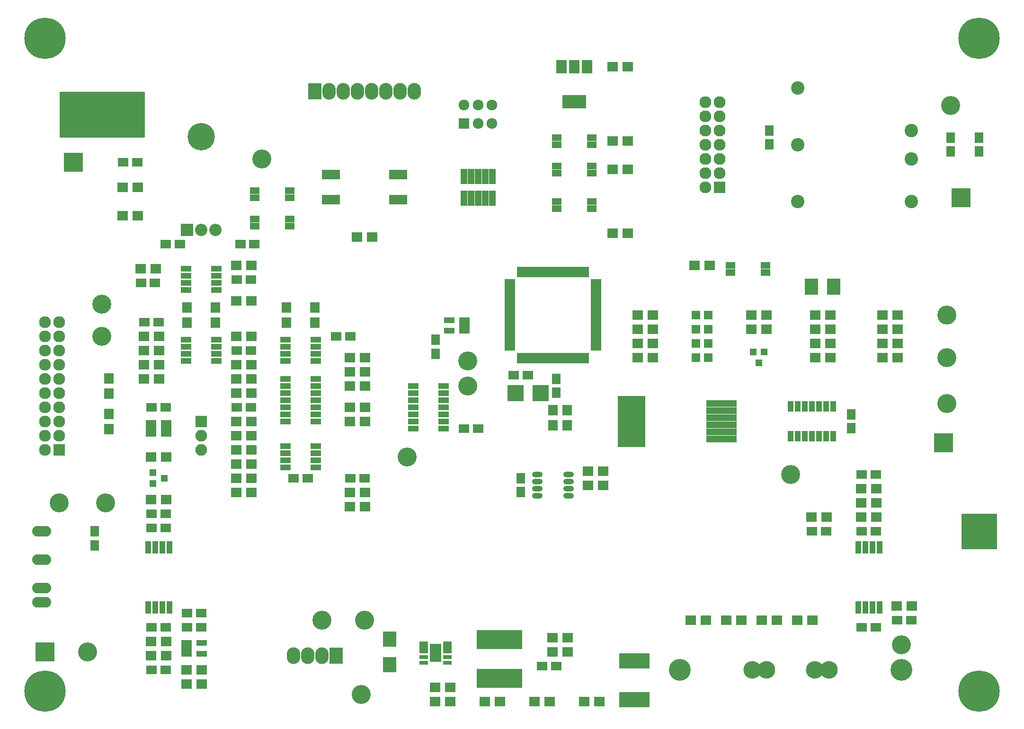
<source format=gbr>
G04 #@! TF.FileFunction,Soldermask,Top*
%FSLAX46Y46*%
G04 Gerber Fmt 4.6, Leading zero omitted, Abs format (unit mm)*
G04 Created by KiCad (PCBNEW 4.0.2-stable) date 3/28/2017 11:01:16 AM*
%MOMM*%
G01*
G04 APERTURE LIST*
%ADD10C,0.100000*%
%ADD11R,1.900000X0.950000*%
%ADD12R,0.950000X1.900000*%
%ADD13O,3.400000X1.900000*%
%ADD14R,1.900000X1.000000*%
%ADD15R,1.650000X0.705000*%
%ADD16R,2.051000X3.245000*%
%ADD17C,1.900000*%
%ADD18R,1.950000X1.000000*%
%ADD19R,1.900000X1.650000*%
%ADD20R,1.040000X2.305000*%
%ADD21R,1.050000X2.305000*%
%ADD22R,1.650000X1.900000*%
%ADD23R,2.400000X2.900000*%
%ADD24R,1.160000X2.800000*%
%ADD25R,1.600000X1.600000*%
%ADD26R,2.400000X2.800000*%
%ADD27R,5.400000X1.160000*%
%ADD28R,4.900000X9.200000*%
%ADD29R,1.300000X1.200000*%
%ADD30R,1.200000X1.300000*%
%ADD31R,1.900000X1.700000*%
%ADD32R,1.700000X1.900000*%
%ADD33R,1.700000X1.200000*%
%ADD34C,2.400000*%
%ADD35R,1.000000X1.900000*%
%ADD36R,1.960000X1.050000*%
%ADD37O,1.873200X1.009600*%
%ADD38R,5.400000X2.800000*%
%ADD39C,3.400000*%
%ADD40R,8.100000X3.500000*%
%ADD41R,4.200000X2.400000*%
%ADD42R,1.900000X2.400000*%
%ADD43R,3.225000X1.800000*%
%ADD44R,1.924000X1.924000*%
%ADD45C,1.924000*%
%ADD46R,2.100000X2.100000*%
%ADD47O,2.100000X2.100000*%
%ADD48R,2.400000X3.000000*%
%ADD49O,2.400000X3.000000*%
%ADD50R,2.127200X2.127200*%
%ADD51O,2.127200X2.127200*%
%ADD52R,2.900000X2.900000*%
%ADD53R,3.400000X3.400000*%
%ADD54C,3.150000*%
%ADD55C,3.900000*%
%ADD56C,7.400000*%
%ADD57C,4.900000*%
%ADD58R,2.200000X2.200000*%
%ADD59O,2.200000X2.200000*%
%ADD60C,0.254000*%
G04 APERTURE END LIST*
D10*
D11*
X118665000Y-77820000D03*
X118665000Y-78620000D03*
X118665000Y-79420000D03*
X118665000Y-80220000D03*
X118665000Y-81020000D03*
X118665000Y-81820000D03*
X118665000Y-82620000D03*
X118665000Y-83420000D03*
X118665000Y-84220000D03*
X118665000Y-85020000D03*
X118665000Y-85820000D03*
X118665000Y-86620000D03*
X118665000Y-87420000D03*
X118665000Y-88220000D03*
X118665000Y-89020000D03*
X118665000Y-89820000D03*
D12*
X120365000Y-91520000D03*
X121165000Y-91520000D03*
X121965000Y-91520000D03*
X122765000Y-91520000D03*
X123565000Y-91520000D03*
X124365000Y-91520000D03*
X125165000Y-91520000D03*
X125965000Y-91520000D03*
X126765000Y-91520000D03*
X127565000Y-91520000D03*
X128365000Y-91520000D03*
X129165000Y-91520000D03*
X129965000Y-91520000D03*
X130765000Y-91520000D03*
X131565000Y-91520000D03*
X132365000Y-91520000D03*
D11*
X134065000Y-89820000D03*
X134065000Y-89020000D03*
X134065000Y-88220000D03*
X134065000Y-87420000D03*
X134065000Y-86620000D03*
X134065000Y-85820000D03*
X134065000Y-85020000D03*
X134065000Y-84220000D03*
X134065000Y-83420000D03*
X134065000Y-82620000D03*
X134065000Y-81820000D03*
X134065000Y-81020000D03*
X134065000Y-80220000D03*
X134065000Y-79420000D03*
X134065000Y-78620000D03*
X134065000Y-77820000D03*
D12*
X132365000Y-76120000D03*
X131565000Y-76120000D03*
X130765000Y-76120000D03*
X129965000Y-76120000D03*
X129165000Y-76120000D03*
X128365000Y-76120000D03*
X127565000Y-76120000D03*
X126765000Y-76120000D03*
X125965000Y-76120000D03*
X125165000Y-76120000D03*
X124365000Y-76120000D03*
X123565000Y-76120000D03*
X122765000Y-76120000D03*
X121965000Y-76120000D03*
X121165000Y-76120000D03*
X120365000Y-76120000D03*
D13*
X34925000Y-135255000D03*
X34925000Y-132715000D03*
X34925000Y-127635000D03*
X34925000Y-122555000D03*
D14*
X106840000Y-104140000D03*
X106840000Y-102870000D03*
X106840000Y-101600000D03*
X106840000Y-100330000D03*
X106840000Y-99060000D03*
X106840000Y-97790000D03*
X106840000Y-96520000D03*
X101440000Y-96520000D03*
X101440000Y-97790000D03*
X101440000Y-99060000D03*
X101440000Y-100330000D03*
X101440000Y-101600000D03*
X101440000Y-102870000D03*
X101440000Y-104140000D03*
D15*
X107515500Y-146070000D03*
X107515500Y-145070000D03*
X107515500Y-144070000D03*
X107515500Y-143570000D03*
X107515500Y-143070000D03*
X107515500Y-142570000D03*
X103304500Y-142570000D03*
X103304500Y-143070000D03*
X103304500Y-143570000D03*
X103304500Y-144070000D03*
X103304500Y-145070000D03*
X103304500Y-146070000D03*
D16*
X105410000Y-144295000D03*
D17*
X105410000Y-144495000D03*
D18*
X60800000Y-75565000D03*
X60800000Y-76835000D03*
X60800000Y-78105000D03*
X60800000Y-79375000D03*
X66200000Y-79375000D03*
X66200000Y-78105000D03*
X66200000Y-76835000D03*
X66200000Y-75565000D03*
D19*
X187980000Y-138430000D03*
X190480000Y-138430000D03*
D20*
X180975000Y-136182500D03*
X182245000Y-136182500D03*
X183515000Y-136182500D03*
X184785000Y-136182500D03*
D21*
X184785000Y-125437500D03*
X183515000Y-125437500D03*
D20*
X182245000Y-125437500D03*
X180975000Y-125437500D03*
D22*
X44450000Y-122575000D03*
X44450000Y-125075000D03*
D23*
X172625000Y-78740000D03*
X176625000Y-78740000D03*
D22*
X127000000Y-95270000D03*
X127000000Y-97770000D03*
D19*
X119400000Y-94615000D03*
X121900000Y-94615000D03*
D22*
X202565000Y-52090000D03*
X202565000Y-54590000D03*
X197485000Y-52090000D03*
X197485000Y-54590000D03*
D19*
X59670000Y-71120000D03*
X57170000Y-71120000D03*
X52050000Y-56515000D03*
X49550000Y-56515000D03*
X55860000Y-85090000D03*
X53360000Y-85090000D03*
X69870000Y-77470000D03*
X72370000Y-77470000D03*
X69870000Y-90170000D03*
X72370000Y-90170000D03*
D22*
X120650000Y-115550000D03*
X120650000Y-113050000D03*
D19*
X124480000Y-146685000D03*
X126980000Y-146685000D03*
X55225000Y-78105000D03*
X52725000Y-78105000D03*
X70505000Y-71120000D03*
X73005000Y-71120000D03*
D22*
X179705000Y-101620000D03*
X179705000Y-104120000D03*
D19*
X92690000Y-113030000D03*
X90190000Y-113030000D03*
X181630000Y-112395000D03*
X184130000Y-112395000D03*
X175240000Y-122555000D03*
X172740000Y-122555000D03*
X57130000Y-119380000D03*
X54630000Y-119380000D03*
X57130000Y-121920000D03*
X54630000Y-121920000D03*
X181630000Y-122555000D03*
X184130000Y-122555000D03*
X60980000Y-139700000D03*
X63480000Y-139700000D03*
X57130000Y-139700000D03*
X54630000Y-139700000D03*
D22*
X165100000Y-50820000D03*
X165100000Y-53320000D03*
D19*
X87650000Y-87630000D03*
X90150000Y-87630000D03*
X181630000Y-139700000D03*
X184130000Y-139700000D03*
X72370000Y-100330000D03*
X69870000Y-100330000D03*
X110510000Y-104140000D03*
X113010000Y-104140000D03*
X57130000Y-100330000D03*
X54630000Y-100330000D03*
X80030000Y-113030000D03*
X82530000Y-113030000D03*
X60980000Y-137160000D03*
X63480000Y-137160000D03*
X57130000Y-147320000D03*
X54630000Y-147320000D03*
D24*
X111760000Y-59010000D03*
X113030000Y-59010000D03*
X110490000Y-59010000D03*
X115570000Y-59010000D03*
X114300000Y-59010000D03*
X115570000Y-62910000D03*
X114300000Y-62910000D03*
X113030000Y-62910000D03*
X111760000Y-62910000D03*
X110490000Y-62910000D03*
D25*
X151935000Y-91440000D03*
X154135000Y-91440000D03*
X151935000Y-88900000D03*
X154135000Y-88900000D03*
X151935000Y-86360000D03*
X154135000Y-86360000D03*
X151935000Y-83820000D03*
X154135000Y-83820000D03*
D26*
X97155000Y-146445000D03*
X97155000Y-141845000D03*
D27*
X156490000Y-106045000D03*
X156490000Y-99695000D03*
X156490000Y-100965000D03*
X156490000Y-102235000D03*
X156490000Y-103505000D03*
D28*
X140440000Y-102870000D03*
D27*
X156490000Y-104775000D03*
D29*
X54880000Y-112080000D03*
X54880000Y-113980000D03*
X56880000Y-113030000D03*
D30*
X164145000Y-90440000D03*
X162245000Y-90440000D03*
X163195000Y-92440000D03*
D31*
X185340000Y-88900000D03*
X188040000Y-88900000D03*
X139780000Y-52705000D03*
X137080000Y-52705000D03*
X175975000Y-91440000D03*
X173275000Y-91440000D03*
X175975000Y-88900000D03*
X173275000Y-88900000D03*
X173275000Y-83820000D03*
X175975000Y-83820000D03*
X175975000Y-86360000D03*
X173275000Y-86360000D03*
D32*
X128905000Y-100885000D03*
X128905000Y-103585000D03*
D31*
X185340000Y-83820000D03*
X188040000Y-83820000D03*
X185340000Y-86360000D03*
X188040000Y-86360000D03*
D32*
X126365000Y-100885000D03*
X126365000Y-103585000D03*
D31*
X137080000Y-57785000D03*
X139780000Y-57785000D03*
X94060000Y-69850000D03*
X91360000Y-69850000D03*
X164545000Y-83820000D03*
X161845000Y-83820000D03*
X139780000Y-69215000D03*
X137080000Y-69215000D03*
X132000000Y-153035000D03*
X134700000Y-153035000D03*
X161845000Y-86360000D03*
X164545000Y-86360000D03*
X123110000Y-153035000D03*
X125810000Y-153035000D03*
X114220000Y-153035000D03*
X116920000Y-153035000D03*
X53260000Y-90170000D03*
X55960000Y-90170000D03*
X53260000Y-95250000D03*
X55960000Y-95250000D03*
X72470000Y-74930000D03*
X69770000Y-74930000D03*
D32*
X46990000Y-101520000D03*
X46990000Y-104220000D03*
X46990000Y-97870000D03*
X46990000Y-95170000D03*
D31*
X53260000Y-92710000D03*
X55960000Y-92710000D03*
X53260000Y-87630000D03*
X55960000Y-87630000D03*
X52625000Y-75565000D03*
X55325000Y-75565000D03*
D32*
X60960000Y-82470000D03*
X60960000Y-85170000D03*
D31*
X72470000Y-92710000D03*
X69770000Y-92710000D03*
X69770000Y-95250000D03*
X72470000Y-95250000D03*
X69770000Y-97790000D03*
X72470000Y-97790000D03*
X185340000Y-91440000D03*
X188040000Y-91440000D03*
X132635000Y-111760000D03*
X135335000Y-111760000D03*
X92790000Y-93980000D03*
X90090000Y-93980000D03*
D32*
X66040000Y-82470000D03*
X66040000Y-85170000D03*
X78740000Y-85170000D03*
X78740000Y-82470000D03*
X83820000Y-85170000D03*
X83820000Y-82470000D03*
D31*
X69770000Y-81280000D03*
X72470000Y-81280000D03*
X72470000Y-113030000D03*
X69770000Y-113030000D03*
X132635000Y-114300000D03*
X135335000Y-114300000D03*
X92790000Y-118110000D03*
X90090000Y-118110000D03*
X90090000Y-100330000D03*
X92790000Y-100330000D03*
X92790000Y-102870000D03*
X90090000Y-102870000D03*
X69770000Y-87630000D03*
X72470000Y-87630000D03*
X49450000Y-66040000D03*
X52150000Y-66040000D03*
X49450000Y-60960000D03*
X52150000Y-60960000D03*
X90090000Y-115570000D03*
X92790000Y-115570000D03*
X181530000Y-114935000D03*
X184230000Y-114935000D03*
X172640000Y-120015000D03*
X175340000Y-120015000D03*
X181530000Y-120015000D03*
X184230000Y-120015000D03*
X184230000Y-117475000D03*
X181530000Y-117475000D03*
X54530000Y-109220000D03*
X57230000Y-109220000D03*
X69770000Y-115570000D03*
X72470000Y-115570000D03*
X190580000Y-135890000D03*
X187880000Y-135890000D03*
X172800000Y-138430000D03*
X170100000Y-138430000D03*
X57230000Y-142240000D03*
X54530000Y-142240000D03*
X54530000Y-144780000D03*
X57230000Y-144780000D03*
X63580000Y-149860000D03*
X60880000Y-149860000D03*
X166450000Y-138430000D03*
X163750000Y-138430000D03*
X60880000Y-147320000D03*
X63580000Y-147320000D03*
X160100000Y-138430000D03*
X157400000Y-138430000D03*
X153750000Y-138430000D03*
X151050000Y-138430000D03*
X72470000Y-102870000D03*
X69770000Y-102870000D03*
X72470000Y-105410000D03*
X69770000Y-105410000D03*
X69770000Y-107950000D03*
X72470000Y-107950000D03*
X92790000Y-96520000D03*
X90090000Y-96520000D03*
X92790000Y-91440000D03*
X90090000Y-91440000D03*
D14*
X78580000Y-95250000D03*
X78580000Y-96520000D03*
X78580000Y-97790000D03*
X78580000Y-99060000D03*
X78580000Y-100330000D03*
X78580000Y-101600000D03*
X78580000Y-102870000D03*
X83980000Y-102870000D03*
X83980000Y-101600000D03*
X83980000Y-100330000D03*
X83980000Y-99060000D03*
X83980000Y-97790000D03*
X83980000Y-96520000D03*
X83980000Y-95250000D03*
D33*
X127025000Y-52065000D03*
X127025000Y-53345000D03*
X133325000Y-53345000D03*
X133325000Y-52065000D03*
X133325000Y-58425000D03*
X133325000Y-57145000D03*
X127025000Y-57145000D03*
X127025000Y-58425000D03*
X133325000Y-64775000D03*
X133325000Y-63495000D03*
X127025000Y-63495000D03*
X127025000Y-64775000D03*
D34*
X170180000Y-53340000D03*
X170180000Y-63500000D03*
X170180000Y-43180000D03*
X190500000Y-63500000D03*
X190500000Y-55880000D03*
X190500000Y-50800000D03*
D35*
X176530000Y-100170000D03*
X175260000Y-100170000D03*
X173990000Y-100170000D03*
X172720000Y-100170000D03*
X171450000Y-100170000D03*
X170180000Y-100170000D03*
X168910000Y-100170000D03*
X168910000Y-105570000D03*
X170180000Y-105570000D03*
X171450000Y-105570000D03*
X172720000Y-105570000D03*
X173990000Y-105570000D03*
X175260000Y-105570000D03*
X176530000Y-105570000D03*
D36*
X60880000Y-142560000D03*
X60880000Y-143510000D03*
X60880000Y-144460000D03*
X63580000Y-144460000D03*
X63580000Y-142560000D03*
D37*
X123571000Y-112395000D03*
X123571000Y-113665000D03*
X123571000Y-114935000D03*
X123571000Y-116205000D03*
X129159000Y-116205000D03*
X129159000Y-114935000D03*
X129159000Y-113665000D03*
X129159000Y-112395000D03*
D20*
X57785000Y-125437500D03*
X56515000Y-125437500D03*
X55245000Y-125437500D03*
X53975000Y-125437500D03*
D21*
X53975000Y-136182500D03*
X55245000Y-136182500D03*
D20*
X56515000Y-136182500D03*
X57785000Y-136182500D03*
D38*
X140970000Y-152725000D03*
X140970000Y-145725000D03*
D39*
X43180000Y-144145000D03*
D40*
X116840000Y-148865000D03*
X116840000Y-141965000D03*
D41*
X130175000Y-45695000D03*
D42*
X130175000Y-39395000D03*
X127875000Y-39395000D03*
X132475000Y-39395000D03*
D31*
X105330000Y-153035000D03*
X108030000Y-153035000D03*
X105330000Y-150495000D03*
X108030000Y-150495000D03*
X141525000Y-91440000D03*
X144225000Y-91440000D03*
X141525000Y-88900000D03*
X144225000Y-88900000D03*
X141525000Y-86360000D03*
X144225000Y-86360000D03*
X141525000Y-83820000D03*
X144225000Y-83820000D03*
X128985000Y-141605000D03*
X126285000Y-141605000D03*
X126285000Y-144145000D03*
X128985000Y-144145000D03*
D43*
X98710000Y-58710000D03*
X98710000Y-63210000D03*
X86710000Y-63210000D03*
X86710000Y-58710000D03*
D36*
X54530000Y-103190000D03*
X54530000Y-104140000D03*
X54530000Y-105090000D03*
X57230000Y-105090000D03*
X57230000Y-103190000D03*
X57230000Y-104140000D03*
D44*
X110490000Y-49530000D03*
D45*
X112990000Y-49530000D03*
X115490000Y-49530000D03*
X110490000Y-46230000D03*
X112990000Y-46230000D03*
X115490000Y-46230000D03*
D18*
X60800000Y-88265000D03*
X60800000Y-89535000D03*
X60800000Y-90805000D03*
X60800000Y-92075000D03*
X66200000Y-92075000D03*
X66200000Y-90805000D03*
X66200000Y-89535000D03*
X66200000Y-88265000D03*
X78580000Y-88265000D03*
X78580000Y-89535000D03*
X78580000Y-90805000D03*
X78580000Y-92075000D03*
X83980000Y-92075000D03*
X83980000Y-90805000D03*
X83980000Y-89535000D03*
X83980000Y-88265000D03*
D33*
X73050000Y-66670000D03*
X73050000Y-67950000D03*
X79350000Y-67950000D03*
X79350000Y-66670000D03*
X73050000Y-61590000D03*
X73050000Y-62870000D03*
X79350000Y-62870000D03*
X79350000Y-61590000D03*
D46*
X63500000Y-102870000D03*
D47*
X63500000Y-105410000D03*
X63500000Y-107950000D03*
D18*
X78580000Y-107315000D03*
X78580000Y-108585000D03*
X78580000Y-109855000D03*
X78580000Y-111125000D03*
X83980000Y-111125000D03*
X83980000Y-109855000D03*
X83980000Y-108585000D03*
X83980000Y-107315000D03*
D48*
X83820000Y-43815000D03*
D49*
X86360000Y-43815000D03*
X88900000Y-43815000D03*
X91440000Y-43815000D03*
X93980000Y-43815000D03*
X96520000Y-43815000D03*
X99060000Y-43815000D03*
X101600000Y-43815000D03*
D50*
X38100000Y-107950000D03*
D51*
X35560000Y-107950000D03*
X38100000Y-105410000D03*
X35560000Y-105410000D03*
X38100000Y-102870000D03*
X35560000Y-102870000D03*
X38100000Y-100330000D03*
X35560000Y-100330000D03*
X38100000Y-97790000D03*
X35560000Y-97790000D03*
X38100000Y-95250000D03*
X35560000Y-95250000D03*
X38100000Y-92710000D03*
X35560000Y-92710000D03*
X38100000Y-90170000D03*
X35560000Y-90170000D03*
X38100000Y-87630000D03*
X35560000Y-87630000D03*
X38100000Y-85090000D03*
X35560000Y-85090000D03*
D50*
X156210000Y-60960000D03*
D51*
X153670000Y-60960000D03*
X156210000Y-58420000D03*
X153670000Y-58420000D03*
X156210000Y-55880000D03*
X153670000Y-55880000D03*
X156210000Y-53340000D03*
X153670000Y-53340000D03*
X156210000Y-50800000D03*
X153670000Y-50800000D03*
X156210000Y-48260000D03*
X153670000Y-48260000D03*
X156210000Y-45720000D03*
X153670000Y-45720000D03*
D31*
X137080000Y-39370000D03*
X139780000Y-39370000D03*
D52*
X124170000Y-97790000D03*
X119670000Y-97790000D03*
D31*
X69770000Y-110490000D03*
X72470000Y-110490000D03*
X54530000Y-116840000D03*
X57230000Y-116840000D03*
D22*
X105410000Y-88285000D03*
X105410000Y-90785000D03*
D36*
X110570000Y-86675000D03*
X110570000Y-85725000D03*
X110570000Y-84775000D03*
X107870000Y-84775000D03*
X107870000Y-86675000D03*
D39*
X196850000Y-83820000D03*
X92710000Y-138430000D03*
X74295000Y-55880000D03*
X197485000Y-46355000D03*
D53*
X199390000Y-62865000D03*
X40640000Y-56515000D03*
D39*
X38100000Y-117475000D03*
D53*
X35560000Y-144145000D03*
D39*
X196850000Y-91440000D03*
X92075000Y-151765000D03*
X196850000Y-99695000D03*
X85090000Y-138430000D03*
X100330000Y-109220000D03*
X46355000Y-117475000D03*
X111125000Y-96520000D03*
X111125000Y-92075000D03*
X168910000Y-112395000D03*
D53*
X196215000Y-106680000D03*
D48*
X87630000Y-144780000D03*
D49*
X85090000Y-144780000D03*
X82550000Y-144780000D03*
X80010000Y-144780000D03*
D54*
X175770000Y-147320000D03*
X173230000Y-147320000D03*
X162050000Y-147320000D03*
X164590000Y-147320000D03*
D55*
X188720000Y-147320000D03*
X149100000Y-147320000D03*
D39*
X188720000Y-142870000D03*
X45720000Y-81915000D03*
X45720000Y-87630000D03*
D31*
X154385000Y-74930000D03*
X151685000Y-74930000D03*
D56*
X202565000Y-151130000D03*
X35560000Y-151130000D03*
X35560000Y-34290000D03*
X202565000Y-34290000D03*
D33*
X158140000Y-74925000D03*
X158140000Y-76205000D03*
X164440000Y-76205000D03*
X164440000Y-74925000D03*
D57*
X63500000Y-51920000D03*
D58*
X60960000Y-68580000D03*
D59*
X63500000Y-68580000D03*
X66040000Y-68580000D03*
D60*
G36*
X205613000Y-125603000D02*
X199517000Y-125603000D01*
X199517000Y-119507000D01*
X205613000Y-119507000D01*
X205613000Y-125603000D01*
X205613000Y-125603000D01*
G37*
X205613000Y-125603000D02*
X199517000Y-125603000D01*
X199517000Y-119507000D01*
X205613000Y-119507000D01*
X205613000Y-125603000D01*
G36*
X53213000Y-51943000D02*
X38227000Y-51943000D01*
X38227000Y-43942000D01*
X53213000Y-43942000D01*
X53213000Y-51943000D01*
X53213000Y-51943000D01*
G37*
X53213000Y-51943000D02*
X38227000Y-51943000D01*
X38227000Y-43942000D01*
X53213000Y-43942000D01*
X53213000Y-51943000D01*
M02*

</source>
